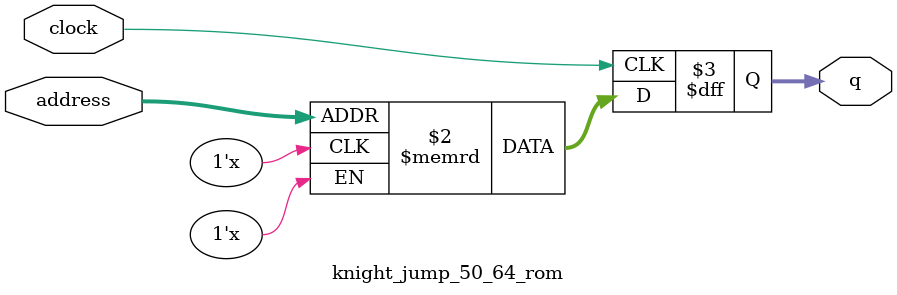
<source format=sv>
module knight_jump_50_64_rom (
	input logic clock,
	input logic [11:0] address,
	output logic [2:0] q
);

logic [2:0] memory [0:3199] /* synthesis ram_init_file = "./knight_jump_50_64/knight_jump_50_64.mif" */;

always_ff @ (posedge clock) begin
	q <= memory[address];
end

endmodule

</source>
